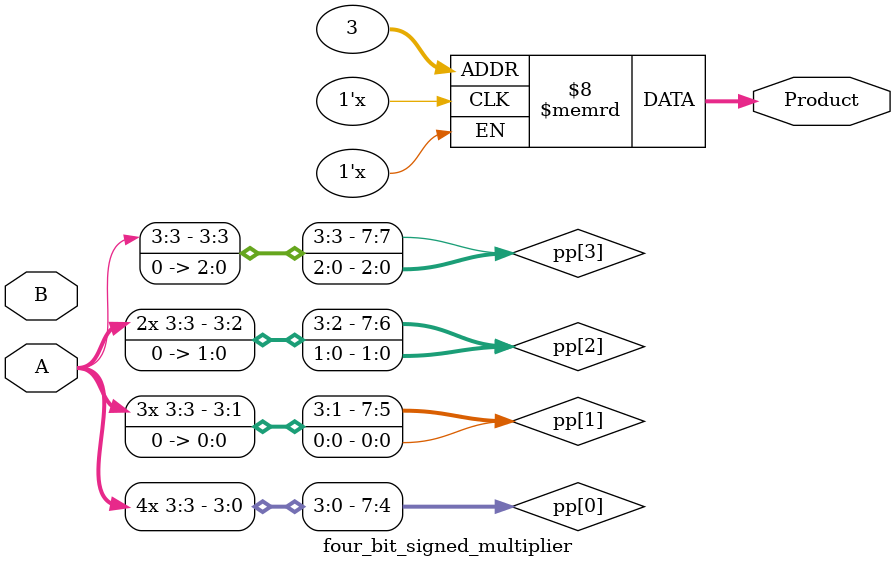
<source format=sv>
module four_bit_signed_multiplier(
    input logic signed [3:0] A, B, // 4-bit signed inputs
    output logic signed [7:0] Product // 8-bit signed output
);

    // Partial products with sign extension
    logic signed [7:0] pp [3:0]; // Array to store partial products

    // Generate partial products with sign extension
    assign pp[0] = {{4{A[3]}}, (A & {4{B[0]}})}; // Sign-extend A and multiply by B[0]
    assign pp[1] = {{3{A[3]}}, (A & {4{B[1]}}), 1'b0}; // Sign-extend A, multiply by B[1], shift left by 1
    assign pp[2] = {{2{A[3]}}, (A & {4{B[2]}}), 2'b0}; // Sign-extend A, multiply by B[2], shift left by 2
    assign pp[3] = {{1{A[3]}}, (A & {4{B[3]}}), 3'b0}; // Sign-extend A, multiply by B[3], shift left by 3

    // Intermediate sums for addition
    logic signed [7:0] sum_temp [3:0];

    // First adder: Add pp[0] and pp[1]
    eight_bit_adder Adder_inst_0(
        .A(pp[0]),
        .B(pp[1]),
        .Cin(1'b0),
        .Cout(),
        .Sum(sum_temp[0])
    );

    // Second adder: Add pp[2] and pp[3]
    eight_bit_adder Adder_inst_1(
        .A(pp[2]),
        .B(pp[3]),
        .Cin(1'b0),
        .Cout(),
        .Sum(sum_temp[1])
    );

    // Third adder: Add sum_temp[0] and sum_temp[1]
    eight_bit_adder Adder_inst_2(
        .A(sum_temp[0]),
        .B(sum_temp[1]),
        .Cin(1'b0),
        .Cout(),
        .Sum(sum_temp[2])
    );

    // Dummy adder 
    eight_bit_adder Adder_inst_3(
        .A(sum_temp[2]),
        .B(8'b0),
        .Cin(1'b0),
        .Cout(),
        .Sum(sum_temp[3])
    );

    // Final product assignment
    assign Product = sum_temp[3];

endmodule
</source>
